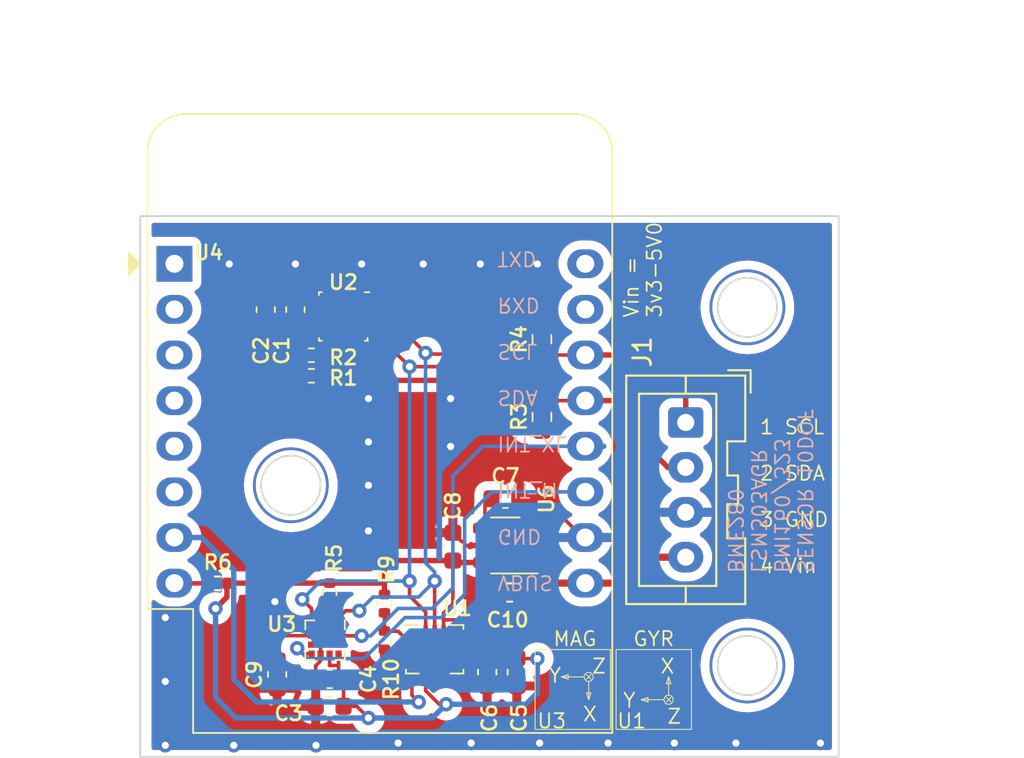
<source format=kicad_pcb>
(kicad_pcb (version 20221018) (generator pcbnew)
  (layers (0 "F.Cu" signal) (31 "B.Cu" signal) (34 "B.Paste" user) (35 "F.Paste" user) (36 "B.SilkS" user "B.Silkscreen") (37 "F.SilkS" user "F.Silkscreen") (38 "B.Mask" user) (39 "F.Mask" user) (44 "Edge.Cuts" user))
  (net 0 "")
  (net 13 "Net-(U2-SDO)")
  (net 14 "GND")
  (net 15 "+3.3V")
  (net 16 "/SDA")
  (net 17 "/SCL")
  (net 18 "Net-(U1-SDO)")
  (net 19 "/INT_A")
  (net 20 "VBUS")
  (net 21 "/INT_M")
  (net 22 "Net-(U6-BP)")
  (net 23 "/INT_XL")
  (net 24 "Net-(U3-C1)")
  (net 25 "Net-(U3-CS_MAG)")
  (net 28 "Net-(U4-3V3)")
  (footprint "Capacitor_SMD:C_0603_1608Metric" (layer "F.Cu") (at 112.141 109.08 180)
    (fp_text reference "C3" (at 2.286 -0.394) (layer "F.SilkS") (effects (font (size 0.8 0.8))))
    (fp_text value "10uF")
    (fp_line (start -0.14058 -0.51) (end 0.14058 -0.51) (stroke (width 0.1)) (layer "F.SilkS"))
    (fp_line (start -0.14058 0.51) (end 0.14058 0.51) (stroke (width 0.1)) (layer "F.SilkS"))
    (pad "1" smd roundrect (at -0.775 0 180) (size 0.9 0.95) (layers "F.Cu" "F.Paste" "F.Mask") (net 15 "+3.3V"))
    (pad "2" smd roundrect (at 0.775 0 180) (size 0.9 0.95) (layers "F.Cu" "F.Paste" "F.Mask") (net 14 "GND"))
  )
  (footprint "Resistor_SMD:R_0402_1005Metric" (layer "F.Cu") (at 111.125 90.678 180)
    (fp_text reference "R1" (at -1.778 -0.127) (layer "F.SilkS") (effects (font (size 0.8 0.8))))
    (fp_text value "0R0")
    (fp_line (start -0.153641 -0.38) (end 0.153641 -0.38) (stroke (width 0.1)) (layer "F.SilkS"))
    (fp_line (start -0.153641 0.38) (end 0.153641 0.38) (stroke (width 0.1)) (layer "F.SilkS"))
    (pad "1" smd roundrect (at -0.51 0 180) (size 0.54 0.64) (layers "F.Cu" "F.Paste" "F.Mask") (net 13 "Net-(U2-SDO)"))
    (pad "2" smd roundrect (at 0.51 0 180) (size 0.54 0.64) (layers "F.Cu" "F.Paste" "F.Mask") (net 14 "GND"))
  )
  (footprint "Package_TO_SOT_SMD:SOT-23-5" (layer "F.Cu") (at 121.92 100.124 180)
    (fp_text reference "U6" (at -2.286 2.588 90) (layer "F.SilkS") (effects (font (size 0.8 0.8))))
    (fp_text value "LP2985-3.3")
    (fp_line (start 0 -1.56) (end -1.8 -1.56) (stroke (width 0.1)) (layer "F.SilkS"))
    (fp_line (start 0 -1.56) (end 0.8 -1.56) (stroke (width 0.1)) (layer "F.SilkS"))
    (fp_line (start 0 1.56) (end -0.8 1.56) (stroke (width 0.1)) (layer "F.SilkS"))
    (fp_line (start 0 1.56) (end 0.8 1.56) (stroke (width 0.1)) (layer "F.SilkS"))
    (pad "1" smd roundrect (at -1.1375 -0.95 180) (size 1.325 0.6) (layers "F.Cu" "F.Paste" "F.Mask") (net 20 "VBUS"))
    (pad "2" smd roundrect (at -1.1375 0 180) (size 1.325 0.6) (layers "F.Cu" "F.Paste" "F.Mask") (net 14 "GND"))
    (pad "3" smd roundrect (at -1.1375 0.95 180) (size 1.325 0.6) (layers "F.Cu" "F.Paste" "F.Mask") (net 20 "VBUS"))
    (pad "4" smd roundrect (at 1.1375 0.95 180) (size 1.325 0.6) (layers "F.Cu" "F.Paste" "F.Mask") (net 22 "Net-(U6-BP)"))
    (pad "5" smd roundrect (at 1.1375 -0.95 180) (size 1.325 0.6) (layers "F.Cu" "F.Paste" "F.Mask") (net 15 "+3.3V"))
  )
  (footprint "Package_LGA:LGA-12_2x2mm_P0.5mm" (layer "F.Cu") (at 111.887 105.397 -90)
    (fp_text reference "U3" (at -0.889 2.413) (layer "F.SilkS") (effects (font (size 0.8 0.8))))
    (fp_text value "LSM303AGR" hide)
    (fp_line (start -1.1 -1.1) (end -1.1 -1.1) (stroke (width 0.1)) (layer "F.SilkS"))
    (fp_line (start -1.1 0.6) (end -1.1 0.6) (stroke (width 0.1)) (layer "F.SilkS"))
    (fp_line (start -1.1 1.1) (end -1.1 0.6) (stroke (width 0.1)) (layer "F.SilkS"))
    (fp_line (start -0.6 -1.1) (end -1.1 -1.1) (stroke (width 0.1)) (layer "F.SilkS"))
    (fp_line (start -0.6 1.1) (end -1.1 1.1) (stroke (width 0.1)) (layer "F.SilkS"))
    (fp_line (start 0.6 -1.1) (end 1.1 -1.1) (stroke (width 0.1)) (layer "F.SilkS"))
    (fp_line (start 0.6 1.1) (end 0.6 1.1) (stroke (width 0.1)) (layer "F.SilkS"))
    (fp_line (start 1.1 -1.1) (end 1.1 -0.6) (stroke (width 0.1)) (layer "F.SilkS"))
    (fp_line (start 1.1 -0.6) (end 1.1 -0.6) (stroke (width 0.1)) (layer "F.SilkS"))
    (fp_line (start 1.1 0.6) (end 1.1 1.1) (stroke (width 0.1)) (layer "F.SilkS"))
    (fp_line (start 1.1 1.1) (end 0.6 1.1) (stroke (width 0.1)) (layer "F.SilkS"))
    (pad "1" smd rect (at -0.7625 -0.75 270) (size 0.375 0.35) (layers "F.Cu" "F.Paste" "F.Mask") (net 17 "/SCL"))
    (pad "2" smd rect (at -0.7625 -0.25 270) (size 0.375 0.35) (layers "F.Cu" "F.Paste" "F.Mask") (net 25 "Net-(U3-CS_MAG)"))
    (pad "3" smd rect (at -0.7625 0.25 270) (size 0.375 0.35) (layers "F.Cu" "F.Paste" "F.Mask") (net 25 "Net-(U3-CS_MAG)"))
    (pad "4" smd rect (at -0.7625 0.75 270) (size 0.375 0.35) (layers "F.Cu" "F.Paste" "F.Mask") (net 16 "/SDA"))
    (pad "5" smd rect (at -0.25 0.7625) (size 0.375 0.35) (layers "F.Cu" "F.Paste" "F.Mask") (net 24 "Net-(U3-C1)"))
    (pad "6" smd rect (at 0.25 0.7625) (size 0.375 0.35) (layers "F.Cu" "F.Paste" "F.Mask") (net 14 "GND"))
    (pad "7" smd rect (at 0.7625 0.75 270) (size 0.375 0.35) (layers "F.Cu" "F.Paste" "F.Mask") (net 21 "/INT_M"))
    (pad "8" smd rect (at 0.7625 0.25 270) (size 0.375 0.35) (layers "F.Cu" "F.Paste" "F.Mask") (net 14 "GND"))
    (pad "9" smd rect (at 0.7625 -0.25 270) (size 0.375 0.35) (layers "F.Cu" "F.Paste" "F.Mask") (net 15 "+3.3V"))
    (pad "10" smd rect (at 0.7625 -0.75 270) (size 0.375 0.35) (layers "F.Cu" "F.Paste" "F.Mask") (net 15 "+3.3V"))
    (pad "11" smd rect (at 0.25 -0.7625) (size 0.375 0.35) (layers "F.Cu" "F.Paste" "F.Mask"))
    (pad "12" smd rect (at -0.25 -0.7625) (size 0.375 0.35) (layers "F.Cu" "F.Paste" "F.Mask") (net 23 "/INT_XL"))
  )
  (footprint "Capacitor_SMD:C_0603_1608Metric" (layer "F.Cu") (at 121.92 97.523)
    (fp_text reference "C7" (at 0 -1.257) (layer "F.SilkS") (effects (font (size 0.8 0.8))))
    (fp_text value "10nF")
    (fp_line (start -0.14058 -0.51) (end 0.14058 -0.51) (stroke (width 0.1)) (layer "F.SilkS"))
    (fp_line (start -0.14058 0.51) (end 0.14058 0.51) (stroke (width 0.1)) (layer "F.SilkS"))
    (pad "1" smd roundrect (at -0.775 0) (size 0.9 0.95) (layers "F.Cu" "F.Paste" "F.Mask") (net 22 "Net-(U6-BP)"))
    (pad "2" smd roundrect (at 0.775 0) (size 0.9 0.95) (layers "F.Cu" "F.Paste" "F.Mask") (net 14 "GND"))
  )
  (footprint "Resistor_SMD:R_0603_1608Metric" (layer "F.Cu") (at 123.952 88.646 -90)
    (fp_text reference "R4" (at 0 1.27 90) (layer "F.SilkS") (effects (font (size 0.8 0.8))))
    (fp_text value "4K7")
    (fp_line (start -0.237258 -0.5225) (end 0.237258 -0.5225) (stroke (width 0.1)) (layer "F.SilkS"))
    (fp_line (start -0.237258 0.5225) (end 0.237258 0.5225) (stroke (width 0.1)) (layer "F.SilkS"))
    (pad "1" smd roundrect (at -0.825 0 270) (size 0.8 0.95) (layers "F.Cu" "F.Paste" "F.Mask") (net 15 "+3.3V"))
    (pad "2" smd roundrect (at 0.825 0 270) (size 0.8 0.95) (layers "F.Cu" "F.Paste" "F.Mask") (net 17 "/SCL"))
  )
  (footprint "Resistor_SMD:R_0402_1005Metric" (layer "F.Cu") (at 111.125 89.535)
    (fp_text reference "R2" (at 1.778 0.127) (layer "F.SilkS") (effects (font (size 0.8 0.8))))
    (fp_text value "N.P.")
    (fp_line (start -0.153641 -0.38) (end 0.153641 -0.38) (stroke (width 0.1)) (layer "F.SilkS"))
    (fp_line (start -0.153641 0.38) (end 0.153641 0.38) (stroke (width 0.1)) (layer "F.SilkS"))
    (pad "1" smd roundrect (at -0.51 0) (size 0.54 0.64) (layers "F.Cu" "F.Paste" "F.Mask") (net 15 "+3.3V"))
    (pad "2" smd roundrect (at 0.51 0) (size 0.54 0.64) (layers "F.Cu" "F.Paste" "F.Mask") (net 13 "Net-(U2-SDO)"))
  )
  (footprint "Module:WEMOS_D1_mini_light" (layer "F.Cu") (at 103.505 84.442)
    (fp_text reference "U4" (at 1.905 -0.622) (layer "F.SilkS") (effects (font (size 0.8 0.8))))
    (fp_text value "WeMos_D1_mini")
    (fp_line (start -1.5 19.22) (end -1.5 -6.21) (stroke (width 0.1)) (layer "F.SilkS"))
    (fp_line (start -1.5 19.22) (end 1.04 19.22) (stroke (width 0.1)) (layer "F.SilkS"))
    (fp_line (start 1.04 19.22) (end 1.04 26.12) (stroke (width 0.1)) (layer "F.SilkS"))
    (fp_line (start 1.04 26.12) (end 24.36 26.12) (stroke (width 0.1)) (layer "F.SilkS"))
    (fp_line (start 22.24 -8.34) (end 0.63 -8.34) (stroke (width 0.1)) (layer "F.SilkS"))
    (fp_line (start 24.36 26.12) (end 24.36 -6.21) (stroke (width 0.1)) (layer "F.SilkS"))
    (fp_arc (start -1.5 -6.21) (mid -0.876137 -7.716137) (end 0.63 -8.34) (stroke (width 0.1)) (layer "F.SilkS"))
    (fp_arc (start 22.23 -8.34) (mid 23.736137 -7.716137) (end 24.36 -6.21) (stroke (width 0.1)) (layer "F.SilkS"))
    (fp_poly (pts (xy -2.54 -0.635) (xy -2.54 0.635) (xy -1.905 0)) (stroke (width 0.1)) (fill solid) (layer "F.SilkS"))
    (pad "1" thru_hole rect (at 0 0) (size 2 2) (drill 1) (layers "*.Cu" "*.Mask"))
    (pad "2" thru_hole oval (at 0 2.54) (size 2 1.6) (drill 1) (layers "*.Cu" "*.Mask"))
    (pad "3" thru_hole oval (at 0 5.08) (size 2 1.6) (drill 1) (layers "*.Cu" "*.Mask"))
    (pad "4" thru_hole oval (at 0 7.62) (size 2 1.6) (drill 1) (layers "*.Cu" "*.Mask"))
    (pad "5" thru_hole oval (at 0 10.16) (size 2 1.6) (drill 1) (layers "*.Cu" "*.Mask"))
    (pad "6" thru_hole oval (at 0 12.7) (size 2 1.6) (drill 1) (layers "*.Cu" "*.Mask"))
    (pad "7" thru_hole oval (at 0 15.24) (size 2 1.6) (drill 1) (layers "*.Cu" "*.Mask") (net 19 "/INT_A"))
    (pad "8" thru_hole oval (at 0 17.78) (size 2 1.6) (drill 1) (layers "*.Cu" "*.Mask") (net 28 "Net-(U4-3V3)"))
    (pad "9" thru_hole oval (at 22.86 17.78) (size 2 1.6) (drill 1) (layers "*.Cu" "*.Mask") (net 20 "VBUS"))
    (pad "10" thru_hole oval (at 22.86 15.24) (size 2 1.6) (drill 1) (layers "*.Cu" "*.Mask") (net 14 "GND"))
    (pad "11" thru_hole oval (at 22.86 12.7) (size 2 1.6) (drill 1) (layers "*.Cu" "*.Mask") (net 21 "/INT_M"))
    (pad "12" thru_hole oval (at 22.86 10.16) (size 2 1.6) (drill 1) (layers "*.Cu" "*.Mask") (net 23 "/INT_XL"))
    (pad "13" thru_hole oval (at 22.86 7.62) (size 2 1.6) (drill 1) (layers "*.Cu" "*.Mask") (net 16 "/SDA"))
    (pad "14" thru_hole oval (at 22.86 5.08) (size 2 1.6) (drill 1) (layers "*.Cu" "*.Mask") (net 17 "/SCL"))
    (pad "15" thru_hole oval (at 22.86 2.54) (size 2 1.6) (drill 1) (layers "*.Cu" "*.Mask"))
    (pad "16" thru_hole oval (at 22.86 0) (size 2 1.6) (drill 1) (layers "*.Cu" "*.Mask"))
  )
  (footprint "Capacitor_SMD:C_0603_1608Metric" (layer "F.Cu") (at 122.161 102.743 180)
    (fp_text reference "C10" (at 0.114 -1.524) (layer "F.SilkS") (effects (font (size 0.8 0.8))))
    (fp_text value "1u")
    (fp_line (start -0.14058 -0.51) (end 0.14058 -0.51) (stroke (width 0.12)) (layer "F.SilkS"))
    (fp_line (start -0.14058 0.51) (end 0.14058 0.51) (stroke (width 0.12)) (layer "F.SilkS"))
    (pad "1" smd roundrect (at -0.775 0 180) (size 0.9 0.95) (layers "F.Cu" "F.Paste" "F.Mask") (net 20 "VBUS"))
    (pad "2" smd roundrect (at 0.775 0 180) (size 0.9 0.95) (layers "F.Cu" "F.Paste" "F.Mask") (net 14 "GND"))
  )
  (footprint "Resistor_SMD:R_0402_1005Metric" (layer "F.Cu") (at 115.189 105.397 -90)
    (fp_text reference "R10" (at 2.172 -0.381 90) (layer "F.SilkS") (effects (font (size 0.8 0.8))))
    (fp_text value "0R0" hide)
    (fp_line (start -0.153641 -0.38) (end 0.153641 -0.38) (stroke (width 0.1)) (layer "F.SilkS"))
    (fp_line (start -0.153641 0.38) (end 0.153641 0.38) (stroke (width 0.1)) (layer "F.SilkS"))
    (pad "1" smd roundrect (at -0.51 0 270) (size 0.54 0.64) (layers "F.Cu" "F.Paste" "F.Mask") (net 18 "Net-(U1-SDO)"))
    (pad "2" smd roundrect (at 0.51 0 270) (size 0.54 0.64) (layers "F.Cu" "F.Paste" "F.Mask") (net 14 "GND"))
  )
  (footprint "Capacitor_SMD:C_0603_1608Metric" (layer "F.Cu") (at 108.585 86.995 90)
    (fp_text reference "C2" (at -2.286 -0.254 90) (layer "F.SilkS") (effects (font (size 0.8 0.8))))
    (fp_text value "100nF")
    (fp_line (start -0.14058 -0.51) (end 0.14058 -0.51) (stroke (width 0.1)) (layer "F.SilkS"))
    (fp_line (start -0.14058 0.51) (end 0.14058 0.51) (stroke (width 0.1)) (layer "F.SilkS"))
    (pad "1" smd roundrect (at -0.775 0 90) (size 0.9 0.95) (layers "F.Cu" "F.Paste" "F.Mask") (net 15 "+3.3V"))
    (pad "2" smd roundrect (at 0.775 0 90) (size 0.9 0.95) (layers "F.Cu" "F.Paste" "F.Mask") (net 14 "GND"))
  )
  (footprint "Resistor_SMD:R_0402_1005Metric" (layer "F.Cu") (at 115.189 103.365 -90)
    (fp_text reference "R9" (at -1.905 -0.127 90) (layer "F.SilkS") (effects (font (size 0.8 0.8))))
    (fp_text value "N.P." hide)
    (fp_line (start -0.153641 -0.38) (end 0.153641 -0.38) (stroke (width 0.1)) (layer "F.SilkS"))
    (fp_line (start -0.153641 0.38) (end 0.153641 0.38) (stroke (width 0.1)) (layer "F.SilkS"))
    (pad "1" smd roundrect (at -0.51 0 270) (size 0.54 0.64) (layers "F.Cu" "F.Paste" "F.Mask") (net 15 "+3.3V"))
    (pad "2" smd roundrect (at 0.51 0 270) (size 0.54 0.64) (layers "F.Cu" "F.Paste" "F.Mask") (net 18 "Net-(U1-SDO)"))
  )
  (footprint "Resistor_SMD:R_0402_1005Metric" (layer "F.Cu") (at 112.141 102.73 -90)
    (fp_text reference "R5" (at -1.905 -0.254 90) (layer "F.SilkS") (effects (font (size 0.8 0.8))))
    (fp_text value "0R0")
    (fp_line (start -0.153641 -0.38) (end 0.153641 -0.38) (stroke (width 0.1)) (layer "F.SilkS"))
    (fp_line (start -0.153641 0.38) (end 0.153641 0.38) (stroke (width 0.1)) (layer "F.SilkS"))
    (pad "1" smd roundrect (at -0.51 0 270) (size 0.54 0.64) (layers "F.Cu" "F.Paste" "F.Mask") (net 15 "+3.3V"))
    (pad "2" smd roundrect (at 0.51 0 270) (size 0.54 0.64) (layers "F.Cu" "F.Paste" "F.Mask") (net 25 "Net-(U3-CS_MAG)"))
  )
  (footprint "Capacitor_SMD:C_0603_1608Metric" (layer "F.Cu") (at 109.22 107.302 -90)
    (fp_text reference "C9" (at 0.013 1.27 90) (layer "F.SilkS") (effects (font (size 0.8 0.8))))
    (fp_text value "220nF")
    (fp_line (start -0.14058 -0.51) (end 0.14058 -0.51) (stroke (width 0.1)) (layer "F.SilkS"))
    (fp_line (start -0.14058 0.51) (end 0.14058 0.51) (stroke (width 0.1)) (layer "F.SilkS"))
    (pad "1" smd roundrect (at -0.775 0 270) (size 0.9 0.95) (layers "F.Cu" "F.Paste" "F.Mask") (net 24 "Net-(U3-C1)"))
    (pad "2" smd roundrect (at 0.775 0 270) (size 0.9 0.95) (layers "F.Cu" "F.Paste" "F.Mask") (net 14 "GND"))
  )
  (footprint "Capacitor_SMD:C_0603_1608Metric" (layer "F.Cu") (at 120.904 107.175 -90)
    (fp_text reference "C6" (at 2.553 -0.127 90) (layer "F.SilkS") (effects (font (size 0.8 0.8))))
    (fp_text value "100nF")
    (fp_line (start -0.14058 -0.51) (end 0.14058 -0.51) (stroke (width 0.1)) (layer "F.SilkS"))
    (fp_line (start -0.14058 0.51) (end 0.14058 0.51) (stroke (width 0.1)) (layer "F.SilkS"))
    (pad "1" smd roundrect (at -0.775 0 270) (size 0.9 0.95) (layers "F.Cu" "F.Paste" "F.Mask") (net 15 "+3.3V"))
    (pad "2" smd roundrect (at 0.775 0 270) (size 0.9 0.95) (layers "F.Cu" "F.Paste" "F.Mask") (net 14 "GND"))
  )
  (footprint "Resistor_SMD:R_0402_1005Metric" (layer "F.Cu") (at 105.916 102.235)
    (fp_text reference "R6" (at 0 -1.17) (layer "F.SilkS") (effects (font (size 0.8 0.8))))
    (fp_text value "N.P.")
    (fp_line (start -0.153641 -0.38) (end 0.153641 -0.38) (stroke (width 0.12)) (layer "F.SilkS"))
    (fp_line (start -0.153641 0.38) (end 0.153641 0.38) (stroke (width 0.12)) (layer "F.SilkS"))
    (pad "1" smd roundrect (at -0.51 0) (size 0.54 0.64) (layers "F.Cu" "F.Paste" "F.Mask") (net 28 "Net-(U4-3V3)"))
    (pad "2" smd roundrect (at 0.51 0) (size 0.54 0.64) (layers "F.Cu" "F.Paste" "F.Mask") (net 15 "+3.3V"))
  )
  (footprint "Package_LGA:Bosch_LGA-14_3x2.5mm_P0.5mm" (layer "F.Cu") (at 117.983 105.905)
    (fp_text reference "U1" (at 1.27 -2.273) (layer "F.SilkS") (effects (font (size 0.8 0.8))))
    (fp_text value "BMI160")
    (fp_line (start -1.7 -1.35) (end -0.88 -1.35) (stroke (width 0.1)) (layer "F.SilkS"))
    (fp_line (start -1.6 1.35) (end -1.6 1.13) (stroke (width 0.1)) (layer "F.SilkS"))
    (fp_line (start -1.6 1.35) (end -0.88 1.35) (stroke (width 0.1)) (layer "F.SilkS"))
    (fp_line (start 0.88 -1.35) (end 1.6 -1.35) (stroke (width 0.1)) (layer "F.SilkS"))
    (fp_line (start 1.6 -1.35) (end 1.6 -1.13) (stroke (width 0.1)) (layer "F.SilkS"))
    (fp_line (start 1.6 1.13) (end 1.6 1.35) (stroke (width 0.1)) (layer "F.SilkS"))
    (fp_line (start 1.6 1.35) (end 0.88 1.35) (stroke (width 0.1)) (layer "F.SilkS"))
    (pad "1" smd rect (at -1.2625 -0.75) (size 0.675 0.25) (layers "F.Cu" "F.Paste" "F.Mask") (net 18 "Net-(U1-SDO)"))
    (pad "2" smd rect (at -1.2625 -0.25) (size 0.675 0.25) (layers "F.Cu" "F.Paste" "F.Mask"))
    (pad "3" smd rect (at -1.2625 0.25) (size 0.675 0.25) (layers "F.Cu" "F.Paste" "F.Mask"))
    (pad "4" smd rect (at -1.2625 0.75) (size 0.675 0.25) (layers "F.Cu" "F.Paste" "F.Mask") (net 19 "/INT_A"))
    (pad "5" smd rect (at -0.5 1.0125) (size 0.25 0.675) (layers "F.Cu" "F.Paste" "F.Mask") (net 15 "+3.3V"))
    (pad "6" smd rect (at 0 1.0125) (size 0.25 0.675) (layers "F.Cu" "F.Paste" "F.Mask") (net 14 "GND"))
    (pad "7" smd rect (at 0.5 1.0125) (size 0.25 0.675) (layers "F.Cu" "F.Paste" "F.Mask") (net 14 "GND"))
    (pad "8" smd rect (at 1.2625 0.75) (size 0.675 0.25) (layers "F.Cu" "F.Paste" "F.Mask") (net 15 "+3.3V"))
    (pad "9" smd rect (at 1.2625 0.25) (size 0.675 0.25) (layers "F.Cu" "F.Paste" "F.Mask"))
    (pad "10" smd rect (at 1.2625 -0.25) (size 0.675 0.25) (layers "F.Cu" "F.Paste" "F.Mask"))
    (pad "11" smd rect (at 1.2625 -0.75) (size 0.675 0.25) (layers "F.Cu" "F.Paste" "F.Mask"))
    (pad "12" smd rect (at 0.5 -1.0125) (size 0.25 0.675) (layers "F.Cu" "F.Paste" "F.Mask") (net 15 "+3.3V"))
    (pad "13" smd rect (at 0 -1.0125) (size 0.25 0.675) (layers "F.Cu" "F.Paste" "F.Mask") (net 17 "/SCL"))
    (pad "14" smd rect (at -0.5 -1.0125) (size 0.25 0.675) (layers "F.Cu" "F.Paste" "F.Mask") (net 16 "/SDA"))
  )
  (footprint "Resistor_SMD:R_0603_1608Metric" (layer "F.Cu") (at 123.952 92.964 90)
    (fp_text reference "R3" (at 0 -1.27 90) (layer "F.SilkS") (effects (font (size 0.8 0.8))))
    (fp_text value "4K7")
    (fp_line (start -0.237258 -0.5225) (end 0.237258 -0.5225) (stroke (width 0.1)) (layer "F.SilkS"))
    (fp_line (start -0.237258 0.5225) (end 0.237258 0.5225) (stroke (width 0.1)) (layer "F.SilkS"))
    (pad "1" smd roundrect (at -0.825 0 90) (size 0.8 0.95) (layers "F.Cu" "F.Paste" "F.Mask") (net 15 "+3.3V"))
    (pad "2" smd roundrect (at 0.825 0 90) (size 0.8 0.95) (layers "F.Cu" "F.Paste" "F.Mask") (net 16 "/SDA"))
  )
  (footprint "Connector_JST:JST_XA_B04B-XASK-1_1x04_P2.50mm_Vertical" (layer "F.Cu") (at 131.953 93.278 -90)
    (fp_text reference "J1" (at -3.93 2.413 90) (layer "F.SilkS"))
    (fp_text value "Conn_01x04")
    (fp_line (start -2.91 -3.61) (end -2.91 -2.36) (stroke (width 0.12)) (layer "F.SilkS"))
    (fp_line (start -2.61 -3.31) (end -2.61 3.31) (stroke (width 0.12)) (layer "F.SilkS"))
    (fp_line (start -2.61 0) (end -1.6 0) (stroke (width 0.12)) (layer "F.SilkS"))
    (fp_line (start -2.61 3.31) (end 10.11 3.31) (stroke (width 0.12)) (layer "F.SilkS"))
    (fp_line (start -1.66 -3.61) (end -2.91 -3.61) (stroke (width 0.12)) (layer "F.SilkS"))
    (fp_line (start -1.6 -1.7) (end -1.6 2.6) (stroke (width 0.12)) (layer "F.SilkS"))
    (fp_line (start -1.6 2.6) (end 9.1 2.6) (stroke (width 0.12)) (layer "F.SilkS"))
    (fp_line (start 1.05 -3.31) (end -2.61 -3.31) (stroke (width 0.12)) (layer "F.SilkS"))
    (fp_line (start 1.05 -2.31) (end 1.05 -3.31) (stroke (width 0.12)) (layer "F.SilkS"))
    (fp_line (start 2.95 -2.91) (end 2.95 -2.31) (stroke (width 0.12)) (layer "F.SilkS"))
    (fp_line (start 2.95 -2.31) (end 1.05 -2.31) (stroke (width 0.12)) (layer "F.SilkS"))
    (fp_line (start 4.55 -2.91) (end 2.95 -2.91) (stroke (width 0.12)) (layer "F.SilkS"))
    (fp_line (start 4.55 -2.31) (end 4.55 -2.91) (stroke (width 0.12)) (layer "F.SilkS"))
    (fp_line (start 6.45 -3.31) (end 6.45 -2.31) (stroke (width 0.12)) (layer "F.SilkS"))
    (fp_line (start 6.45 -2.31) (end 4.55 -2.31) (stroke (width 0.12)) (layer "F.SilkS"))
    (fp_line (start 9.1 -1.7) (end -1.6 -1.7) (stroke (width 0.12)) (layer "F.SilkS"))
    (fp_line (start 9.1 2.6) (end 9.1 -1.7) (stroke (width 0.12)) (layer "F.SilkS"))
    (fp_line (start 10.11 -3.31) (end 6.45 -3.31) (stroke (width 0.12)) (layer "F.SilkS"))
    (fp_line (start 10.11 0) (end 9.1 0) (stroke (width 0.12)) (layer "F.SilkS"))
    (fp_line (start 10.11 3.31) (end 10.11 -3.31) (stroke (width 0.12)) (layer "F.SilkS"))
    (pad "1" thru_hole roundrect (at 0 0 270) (size 1.7 1.95) (drill 0.95) (layers "*.Cu" "*.Mask") (roundrect_rratio 0.1470588235) (net 17 "/SCL"))
    (pad "2" thru_hole oval (at 2.5 0 270) (size 1.7 1.95) (drill 0.95) (layers "*.Cu" "*.Mask") (net 16 "/SDA"))
    (pad "3" thru_hole oval (at 5 0 270) (size 1.7 1.95) (drill 0.95) (layers "*.Cu" "*.Mask") (net 14 "GND"))
    (pad "4" thru_hole oval (at 7.5 0 270) (size 1.7 1.95) (drill 0.95) (layers "*.Cu" "*.Mask") (net 20 "VBUS"))
  )
  (footprint "Capacitor_SMD:C_0603_1608Metric" (layer "F.Cu") (at 122.555 107.175 -90)
    (fp_text reference "C5" (at 2.553 -0.127 90) (layer "F.SilkS") (effects (font (size 0.8 0.8))))
    (fp_text value "100nF")
    (fp_line (start -0.14058 -0.51) (end 0.14058 -0.51) (stroke (width 0.1)) (layer "F.SilkS"))
    (fp_line (start -0.14058 0.51) (end 0.14058 0.51) (stroke (width 0.1)) (layer "F.SilkS"))
    (pad "1" smd roundrect (at -0.775 0 270) (size 0.9 0.95) (layers "F.Cu" "F.Paste" "F.Mask") (net 15 "+3.3V"))
    (pad "2" smd roundrect (at 0.775 0 270) (size 0.9 0.95) (layers "F.Cu" "F.Paste" "F.Mask") (net 14 "GND"))
  )
  (footprint "Package_LGA:Bosch_LGA-8_2.5x2.5mm_P0.65mm_ClockwisePinNumbering" (layer "F.Cu") (at 112.903 87.376 -90)
    (fp_text reference "U2" (at -1.905 0) (layer "F.SilkS") (effects (font (size 0.8 0.8))))
    (fp_text value "BME280")
    (fp_line (start -1.35 -1.2) (end -1.35 -1.45) (stroke (width 0.1)) (layer "F.SilkS"))
    (fp_line (start -1.35 1.35) (end -1.35 1.2) (stroke (width 0.1)) (layer "F.SilkS"))
    (fp_line (start -1.35 1.36) (end -1.2 1.36) (stroke (width 0.1)) (layer "F.SilkS"))
    (fp_line (start 1.2 -1.35) (end 1.35 -1.35) (stroke (width 0.1)) (layer "F.SilkS"))
    (fp_line (start 1.35 -1.35) (end 1.35 -1.2) (stroke (width 0.1)) (layer "F.SilkS"))
    (fp_line (start 1.35 1.35) (end 1.2 1.35) (stroke (width 0.1)) (layer "F.SilkS"))
    (fp_line (start 1.35 1.35) (end 1.35 1.2) (stroke (width 0.1)) (layer "F.SilkS"))
    (pad "1" smd rect (at -0.975 -1.025) (size 0.5 0.35) (layers "F.Cu" "F.Paste" "F.Mask") (net 14 "GND"))
    (pad "2" smd rect (at -0.325 -1.025) (size 0.5 0.35) (layers "F.Cu" "F.Paste" "F.Mask") (net 15 "+3.3V"))
    (pad "3" smd rect (at 0.325 -1.025) (size 0.5 0.35) (layers "F.Cu" "F.Paste" "F.Mask") (net 16 "/SDA"))
    (pad "4" smd rect (at 0.975 -1.025) (size 0.5 0.35) (layers "F.Cu" "F.Paste" "F.Mask") (net 17 "/SCL"))
    (pad "5" smd rect (at 0.975 1.025) (size 0.5 0.35) (layers "F.Cu" "F.Paste" "F.Mask") (net 13 "Net-(U2-SDO)"))
    (pad "6" smd rect (at 0.325 1.025) (size 0.5 0.35) (layers "F.Cu" "F.Paste" "F.Mask") (net 15 "+3.3V"))
    (pad "7" smd rect (at -0.325 1.025) (size 0.5 0.35) (layers "F.Cu" "F.Paste" "F.Mask") (net 14 "GND"))
    (pad "8" smd rect (at -0.975 1.025) (size 0.5 0.35) (layers "F.Cu" "F.Paste" "F.Mask") (net 15 "+3.3V"))
  )
  (footprint "Capacitor_SMD:C_0603_1608Metric" (layer "F.Cu") (at 112.141 107.556 180)
    (fp_text reference "C4" (at -2.159 -0.013 90) (layer "F.SilkS") (effects (font (size 0.8 0.8))))
    (fp_text value "100nF")
    (fp_line (start -0.14058 -0.51) (end 0.14058 -0.51) (stroke (width 0.1)) (layer "F.SilkS"))
    (fp_line (start -0.14058 0.51) (end 0.14058 0.51) (stroke (width 0.1)) (layer "F.SilkS"))
    (pad "1" smd roundrect (at -0.775 0 180) (size 0.9 0.95) (layers "F.Cu" "F.Paste" "F.Mask") (net 15 "+3.3V"))
    (pad "2" smd roundrect (at 0.775 0 180) (size 0.9 0.95) (layers "F.Cu" "F.Paste" "F.Mask") (net 14 "GND"))
  )
  (footprint "Capacitor_SMD:C_0603_1608Metric" (layer "F.Cu") (at 110.236 86.995 90)
    (fp_text reference "C1" (at -2.286 -0.762 90) (layer "F.SilkS") (effects (font (size 0.8 0.8))))
    (fp_text value "100nF")
    (fp_line (start -0.14058 -0.51) (end 0.14058 -0.51) (stroke (width 0.1)) (layer "F.SilkS"))
    (fp_line (start -0.14058 0.51) (end 0.14058 0.51) (stroke (width 0.1)) (layer "F.SilkS"))
    (pad "1" smd roundrect (at -0.775 0 90) (size 0.9 0.95) (layers "F.Cu" "F.Paste" "F.Mask") (net 15 "+3.3V"))
    (pad "2" smd roundrect (at 0.775 0 90) (size 0.9 0.95) (layers "F.Cu" "F.Paste" "F.Mask") (net 14 "GND"))
  )
  (footprint "Capacitor_SMD:C_0603_1608Metric" (layer "F.Cu") (at 118.999 100.19 90)
    (fp_text reference "C8" (at 2.273 0 90) (layer "F.SilkS") (effects (font (size 0.8 0.8))))
    (fp_text value "4u7")
    (fp_line (start -0.14058 -0.51) (end 0.14058 -0.51) (stroke (width 0.1)) (layer "F.SilkS"))
    (fp_line (start -0.14058 0.51) (end 0.14058 0.51) (stroke (width 0.1)) (layer "F.SilkS"))
    (pad "1" smd roundrect (at -0.775 0 90) (size 0.9 0.95) (layers "F.Cu" "F.Paste" "F.Mask") (net 15 "+3.3V"))
    (pad "2" smd roundrect (at 0.775 0 90) (size 0.9 0.95) (layers "F.Cu" "F.Paste" "F.Mask") (net 14 "GND"))
  )
  (gr_circle (center 135.382 86.868) (end 137.414 86.868) (stroke (width 0.15)) (fill none) (layer "F.Cu"))
  (gr_circle (center 135.382 106.807) (end 137.414 106.807) (stroke (width 0.15)) (fill none) (layer "F.Cu"))
  (gr_circle (center 109.982 96.774) (end 112.014 96.774) (stroke (width 0.15)) (fill none) (layer "F.Cu"))
  (gr_circle (center 109.982 96.774) (end 112.014 96.774) (stroke (width 0.15)) (fill none) (layer "B.Cu"))
  (gr_circle (center 135.382 106.807) (end 137.414 106.807) (stroke (width 0.15)) (fill none) (layer "B.Cu"))
  (gr_circle (center 135.382 86.868) (end 137.414 86.868) (stroke (width 0.15)) (fill none) (layer "B.Cu"))
  (gr_line (start 129.8575 108.839) (end 129.4765 108.712) (stroke (width 0.05)) (layer "F.SilkS"))
  (gr_rect (start 123.571 105.918) (end 127.762 110.363) (stroke (width 0.05)) (fill none) (layer "F.SilkS"))
  (gr_line (start 131.1275 108.585) (end 130.8735 108.839) (stroke (width 0.05)) (layer "F.SilkS"))
  (gr_line (start 129.8575 108.585) (end 129.8575 108.839) (stroke (width 0.05)) (layer "F.SilkS"))
  (gr_line (start 126.6825 107.315) (end 126.4285 107.569) (stroke (width 0.05)) (layer "F.SilkS"))
  (gr_rect (start 128.0795 105.918) (end 132.2705 110.363) (stroke (width 0.05)) (fill none) (layer "F.SilkS"))
  (gr_line (start 131.1275 107.823) (end 130.8735 107.823) (stroke (width 0.05)) (layer "F.SilkS"))
  (gr_circle (center 126.5555 107.442) (end 126.5555 107.696) (stroke (width 0.05)) (fill none) (layer "F.SilkS"))
  (gr_line (start 126.6825 108.331) (end 126.4285 108.331) (stroke (width 0.05)) (layer "F.SilkS"))
  (gr_line (start 125.4125 107.569) (end 125.4125 107.315) (stroke (width 0.05)) (layer "F.SilkS"))
  (gr_line (start 126.5555 107.696) (end 126.5555 108.712) (stroke (width 0.05)) (layer "F.SilkS"))
  (gr_line (start 126.4285 108.331) (end 126.5555 108.712) (stroke (width 0.05)) (layer "F.SilkS"))
  (gr_line (start 126.6825 107.569) (end 126.4285 107.315) (stroke (width 0.05)) (layer "F.SilkS"))
  (gr_line (start 129.4765 108.712) (end 129.8575 108.585) (stroke (width 0.05)) (layer "F.SilkS"))
  (gr_line (start 131.1275 108.839) (end 130.8735 108.585) (stroke (width 0.05)) (layer "F.SilkS"))
  (gr_line (start 131.0005 107.442) (end 131.1275 107.823) (stroke (width 0.05)) (layer "F.SilkS"))
  (gr_line (start 130.7465 108.712) (end 129.4765 108.712) (stroke (width 0.05)) (layer "F.SilkS"))
  (gr_line (start 126.5555 108.712) (end 126.6825 108.331) (stroke (width 0.05)) (layer "F.SilkS"))
  (gr_line (start 125.0315 107.442) (end 125.4125 107.569) (stroke (width 0.05)) (layer "F.SilkS"))
  (gr_line (start 126.3015 107.442) (end 125.0315 107.442) (stroke (width 0.05)) (layer "F.SilkS"))
  (gr_line (start 130.8735 107.823) (end 131.0005 107.442) (stroke (width 0.05)) (layer "F.SilkS"))
  (gr_line (start 125.4125 107.315) (end 125.0315 107.442) (stroke (width 0.05)) (layer "F.SilkS"))
  (gr_line (start 131.0005 108.458) (end 131.0005 107.442) (stroke (width 0.05)) (layer "F.SilkS"))
  (gr_circle (center 131.0005 108.712) (end 131.0005 108.458) (stroke (width 0.05)) (fill none) (layer "F.SilkS"))
  (gr_circle (center 109.982 96.774) (end 109.982 95.123) (stroke (width 0.1)) (fill none) (layer "Edge.Cuts"))
  (gr_line (start 140.462 111.887) (end 101.6 111.887) (stroke (width 0.1)) (layer "Edge.Cuts"))
  (gr_line (start 101.6 81.788) (end 140.462 81.788) (stroke (width 0.1)) (layer "Edge.Cuts"))
  (gr_circle (center 135.382 106.807) (end 137.033 106.807) (stroke (width 0.1)) (fill none) (layer "Edge.Cuts"))
  (gr_circle (center 135.382 86.868) (end 135.382 85.217) (stroke (width 0.1)) (fill none) (layer "Edge.Cuts"))
  (gr_line (start 140.462 81.788) (end 140.462 111.887) (stroke (width 0.1)) (layer "Edge.Cuts"))
  (gr_line (start 101.6 111.887) (end 101.6 81.788) (stroke (width 0.1)) (layer "Edge.Cuts"))
  (gr_text "VBUS\n\nGND\n\nINT_M\n\nINT_XL\n\nSDA\n\nSCL\n\nRXD\n\nTXD\n" (at 121.412 83.693 180) (layer "B.SilkS") (effects (font (size 0.8 0.8) (thickness 0.1)) (justify left bottom mirror)))
  (gr_text "SENSOR 10DOF\nBMI160/323\nLSM303AGR\nBME280" (at 134.239 101.727 270) (layer "B.SilkS") (effects (font (size 0.8 0.8) (thickness 0.1)) (justify left bottom mirror)))
  (gr_text "MAG" (at 124.5235 105.791) (layer "F.SilkS") (effects (font (size 0.8 0.8) (thickness 0.1)) (justify left bottom)))
  (gr_text "X" (at 131.3815 107.315) (layer "F.SilkS") (effects (font (size 0.8 0.8) (thickness 0.1)) (justify right bottom)))
  (gr_text "U1" (at 128.0795 110.363) (layer "F.SilkS") (effects (font (size 0.8 0.8) (thickness 0.1)) (justify left bottom)))
  (gr_text "Vin = \n3v3-5V0" (at 130.683 87.503 90) (layer "F.SilkS") (effects (font (size 0.8 0.8) (thickness 0.1)) (justify left bottom)))
  (gr_text "X" (at 126.1745 109.982) (layer "F.SilkS") (effects (font (size 0.8 0.8) (thickness 0.1)) (justify left bottom)))
  (gr_text "GYR" (at 128.9685 105.791) (layer "F.SilkS") (effects (font (size 0.8 0.8) (thickness 0.1)) (justify left bottom)))
  (gr_text "Z" (at 131.7625 110.109) (layer "F.SilkS") (effects (font (size 0.8 0.8) (thickness 0.1)) (justify right bottom)))
  (gr_text "U3" (at 123.6345 110.363) (layer "F.SilkS") (effects (font (size 0.8 0.8) (thickness 0.1)) (justify left bottom)))
  (gr_text "Y" (at 129.2225 109.22) (layer "F.SilkS") (effects (font (size 0.8 0.8) (thickness 0.1)) (justify right bottom)))
  (gr_text "Z" (at 126.6825 107.315) (layer "F.SilkS") (effects (font (size 0.8 0.8) (thickness 0.1)) (justify left bottom)))
  (gr_text "1 SCL\n\n2 SDA\n\n3 GND\n\n4 Vin" (at 136.017 101.727) (layer "F.SilkS") (effects (font (size 0.8 0.8) (thickness 0.1)) (justify left bottom)))
  (gr_text "Y" (at 124.2695 107.823) (layer "F.SilkS") (effects (font (size 0.8 0.8) (thickness 0.1)) (justify left bottom)))
  (segment (start 111.878 88.655) (end 111.633 88.9) (width 0.2) (layer "F.Cu") (net 13))
  (segment (start 111.635 88.902) (end 111.635 89.535) (width 0.2) (layer "F.Cu") (net 13))
  (segment (start 111.633 88.9) (end 111.635 88.902) (width 0.2) (layer "F.Cu") (net 13))
  (segment (start 111.635 90.678) (end 111.635 89.535) (width 0.2) (layer "F.Cu") (net 13))
  (segment (start 111.878 88.351) (end 111.878 88.655) (width 0.2) (layer "F.Cu") (net 13))
  (segment (start 110.731 86.22) (end 110.236 86.22) (width 0.2) (layer "F.Cu") (net 14))
  (segment (start 117.983 107.696) (end 118.237 107.95) (width 0.2) (layer "F.Cu") (net 14))
  (segment (start 117.983 106.9175) (end 117.983 107.696) (width 0.2) (layer "F.Cu") (net 14))
  (segment (start 111.366 106.82) (end 111.366 107.556) (width 0.2) (layer "F.Cu") (net 14))
  (segment (start 124.066 97.523) (end 122.695 97.523) (width 0.2) (layer "F.Cu") (net 14))
  (segment (start 121.92 98.933) (end 122.695 98.158) (width 0.2) (layer "F.Cu") (net 14))
  (segment (start 111.562 87.051) (end 110.731 86.22) (width 0.2) (layer "F.Cu") (net 14))
  (segment (start 108.585 86.22) (end 110.236 86.22) (width 0.2) (layer "F.Cu") (net 14))
  (segment (start 111.637 105.795) (end 111.637 106.1595) (width 0.2) (layer "F.Cu") (net 14))
  (segment (start 122.695 98.158) (end 122.695 97.523) (width 0.2) (layer "F.Cu") (net 14))
  (segment (start 108.09 86.22) (end 108.585 86.22) (width 0.2) (layer "F.Cu") (net 14))
  (segment (start 110.615 90.678) (end 108.966 90.678) (width 0.2) (layer "F.Cu") (net 14))
  (segment (start 111.878 87.051) (end 111.562 87.051) (width 0.2) (layer "F.Cu") (net 14))
  (segment (start 121.92 100.124) (end 119.708 100.124) (width 0.2) (layer "F.Cu") (net 14))
  (segment (start 111.637 106.549) (end 111.366 106.82) (width 0.2) (layer "F.Cu") (net 14))
  (segment (start 126.225 99.682) (end 124.066 97.523) (width 0.2) (layer "F.Cu") (net 14))
  (segment (start 123.0575 100.124) (end 121.92 100.124) (width 0.2) (layer "F.Cu") (net 14))
  (segment (start 115.951 108.331) (end 115.951 111.125) (width 0.3) (layer "F.Cu") (net 14))
  (segment (start 118.483 106.9175) (end 118.483 107.942) (width 0.2) (layer "F.Cu") (net 14))
  (segment (start 111.1245 105.647) (end 111.489 105.647) (width 0.2) (layer "F.Cu") (net 14))
  (segment (start 113.665 85.598) (end 110.363 85.598) (width 0.2) (layer "F.Cu") (net 14))
  (segment (start 110.363 85.598) (end 110.236 85.725) (width 0.2) (layer "F.Cu") (net 14))
  (segment (start 115.189 105.907) (end 115.189 107.569) (width 0.3) (layer "F.Cu") (net 14))
  (segment (start 126.365 99.682) (end 126.225 99.682) (width 0.2) (layer "F.Cu") (net 14))
  (segment (start 118.483 107.942) (end 118.491 107.95) (width 0.2) (layer "F.Cu") (net 14))
  (segment (start 121.386 102.743) (end 121.92 102.209) (width 0.4) (layer "F.Cu") (net 14))
  (segment (start 108.966 90.678) (end 107.81 89.522) (width 0.2) (layer "F.Cu") (net 14))
  (segment (start 111.637 106.1595) (end 111.637 106.549) (width 0.2) (layer "F.Cu") (net 14))
  (segment (start 121.92 102.209) (end 121.92 100.124) (width 0.4) (layer "F.Cu") (net 14))
  (segment (start 121.92 100.124) (end 121.92 98.933) (width 0.2) (layer "F.Cu") (net 14))
  (segment (start 107.81 86.5) (end 108.09 86.22) (width 0.2) (layer "F.Cu") (net 14))
  (segment (start 119.708 100.124) (end 118.999 99.415) (width 0.2) (layer "F.Cu") (net 14))
  (segment (start 115.189 107.569) (end 115.951 108.331) (width 0.3) (layer "F.Cu") (net 14))
  (segment (start 110.236 85.725) (end 110.236 86.22) (width 0.2) (layer "F.Cu") (net 14))
  (segment (start 109.22 108.077) (end 111.366 108.077) (width 0.2) (layer "F.Cu") (net 14))
  (segment (start 118.491 107.95) (end 120.904 107.95) (width 0.2) (layer "F.Cu") (net 14))
  (segment (start 111.366 109.08) (end 111.366 108.077) (width 0.2) (layer "F.Cu") (net 14))
  (segment (start 111.489 105.647) (end 111.637 105.795) (width 0.2) (layer "F.Cu") (net 14))
  (segment (start 111.366 108.077) (end 111.366 107.556) (width 0.2) (layer "F.Cu") (net 14))
  (segment (start 113.928 85.861) (end 113.665 85.598) (width 0.2) (layer "F.Cu") (net 14))
  (segment (start 118.237 107.95) (end 118.491 107.95) (width 0.2) (layer "F.Cu") (net 14))
  (segment (start 113.928 86.401) (end 113.928 85.861) (width 0.2) (layer "F.Cu") (net 14))
  (segment (start 107.81 89.522) (end 107.81 86.5) (width 0.2) (layer "F.Cu") (net 14))
  (via (at 123.825 111.125) (size 0.8) (drill 0.4) (layers "F.Cu" "B.Cu") (net 14))
  (via (at 109.093 103.251) (size 0.8) (drill 0.4) (layers "F.Cu" "B.Cu") (net 14))
  (via (at 102.997 111.252) (size 0.8) (drill 0.4) (layers "F.Cu" "B.Cu") (net 14))
  (via (at 102.997 104.14) (size 0.8) (drill 0.4) (layers "F.Cu" "B.Cu") (net 14))
  (via (at 118.872 94.615) (size 0.8) (drill 0.4) (layers "F.Cu" "B.Cu") (net 14))
  (via (at 131.318 111.125) (size 0.8) (drill 0.4) (layers "F.Cu" "B.Cu") (net 14))
  (via (at 120.015 111.125) (size 0.8) (drill 0.4) (layers "F.Cu" "B.Cu") (net 14))
  (via (at 139.446 111.125) (size 0.8) (drill 0.4) (layers "F.Cu" "B.Cu") (net 14))
  (via (at 114.3 91.948) (size 0.8) (drill 0.4) (layers "F.Cu" "B.Cu") (net 14))
  (via (at 110.236 84.455) (size 0.8) (drill 0.4) (layers "F.Cu" "B.Cu") (net 14))
  (via (at 106.553 84.455) (size 0.8) (drill 0.4) (layers "F.Cu" "B.Cu") (net 14))
  (via (at 111.379 111.252) (size 0.8) (drill 0.4) (layers "F.Cu" "B.Cu") (net 14))
  (via (at 118.872 91.948) (size 0.8) (drill 0.4) (layers "F.Cu" "B.Cu") (net 14))
  (via (at 117.348 84.455) (size 0.8) (drill 0.4) (layers "F.Cu" "B.Cu") (net 14))
  (via (at 102.997 107.696) (size 0.8) (drill 0.4) (layers "F.Cu" "B.Cu") (net 14))
  (via (at 123.698 84.455) (size 0.8) (drill 0.4) (layers "F.Cu" "B.Cu") (net 14))
  (via (at 127.635 111.125) (size 0.8) (drill 0.4) (layers "F.Cu" "B.Cu") (net 14))
  (via (at 106.807 111.252) (size 0.8) (drill 0.4) (layers "F.Cu" "B.Cu") (net 14))
  (via (at 114.3 99.314) (size 0.8) (drill 0.4) (layers "F.Cu" "B.Cu") (net 14))
  (via (at 115.951 111.125) (size 0.8) (drill 0.4) (layers "F.Cu" "B.Cu") (net 14))
  (via (at 120.523 84.455) (size 0.8) (drill 0.4) (layers "F.Cu" "B.Cu") (net 14))
  (via (at 114.3 96.774) (size 0.8) (drill 0.4) (layers "F.Cu" "B.Cu") (net 14))
  (via (at 134.747 111.125) (size 0.8) (drill 0.4) (layers "F.Cu" "B.Cu") (net 14))
  (via (at 114.3 94.361) (size 0.8) (drill 0.4) (layers "F.Cu" "B.Cu") (net 14))
  (via (at 113.919 84.455) (size 0.8) (drill 0.4) (layers "F.Cu" "B.Cu") (net 14))
  (segment (start 105.791 103.632) (end 106.426 102.997) (width 0.3) (layer "F.Cu") (net 15))
  (segment (start 112.637 106.1595) (end 112.637 106.807) (width 0.2) (layer "F.Cu") (net 15))
  (segment (start 118.483 103.889625) (end 118.999 103.373625) (width 0.2) (layer "F.Cu") (net 15))
  (segment (start 115.189 100.965) (end 118.999 100.965) (width 0.3) (layer "F.Cu") (net 15))
  (segment (start 112.436 86.401) (end 111.878 86.401) (width 0.2) (layer "F.Cu") (net 15))
  (segment (start 120.142 90.932) (end 115.189 90.932) (width 0.3) (layer "F.Cu") (net 15))
  (segment (start 115.189 101.219) (end 115.189 100.965) (width 0.2) (layer "F.Cu") (net 15))
  (segment (start 112.757 86.722) (end 112.436 86.401) (width 0.2) (layer "F.Cu") (net 15))
  (segment (start 112.137 106.803) (end 112.141 106.807) (width 0.2) (layer "F.Cu") (net 15))
  (segment (start 123.952 87.821) (end 123.182 87.051) (width 0.2) (layer "F.Cu") (net 15))
  (segment (start 118.483 104.8925) (end 118.483 104.267) (width 0.2) (layer "F.Cu") (net 15))
  (segment (start 117.483 108.212) (end 118.237 108.966) (width 0.2) (layer "F.Cu") (net 15))
  (segment (start 118.237 108.966) (end 118.618 108.966) (width 0.2) (layer "F.Cu") (net 15))
  (segment (start 117.483 106.9175) (end 117.483 108.212) (width 0.2) (layer "F.Cu") (net 15))
  (segment (start 123.698 106.426) (end 122.581 106.426) (width 0.2) (layer "F.Cu") (net 15))
  (segment (start 112.137 106.1595) (end 112.137 106.803) (width 0.2) (layer "F.Cu") (net 15))
  (segment (start 112.757 89.77) (end 112.757 87.63) (width 0.2) (layer "F.Cu") (net 15))
  (segment (start 122.581 106.426) (end 122.555 106.4) (width 0.2) (layer "F.Cu") (net 15))
  (segment (start 123.952 93.789) (end 122.999 93.789) (width 0.3) (layer "F.Cu") (net 15))
  (segment (start 112.757 87.122) (end 112.757 86.722) (width 0.2) (layer "F.Cu") (net 15))
  (segment (start 123.182 87.051) (end 113.928 87.051) (width 0.2) (layer "F.Cu") (net 15))
  (segment (start 115.189 102.22) (end 115.189 101.219) (width 0.3) (layer "F.Cu") (net 15))
  (segment (start 120.7825 101.074) (end 119.108 101.074) (width 0.3) (layer "F.Cu") (net 15))
  (segment (start 115.189 102.235) (end 115.189 102.855) (width 0.3) (layer "F.Cu") (net 15))
  (segment (start 112.637 106.807) (end 112.637 107.277) (width 0.2) (layer "F.Cu") (net 15))
  (segment (start 106.426 102.997) (end 106.426 102.235) (width 0.3) (layer "F.Cu") (net 15))
  (segment (start 112.916 107.556) (end 112.916 109.08) (width 0.2) (layer "F.Cu") (net 15))
  (segment (start 120.295 106.4) (end 120.904 106.4) (width 0.2) (layer "F.Cu") (net 15))
  (segment (start 112.757 87.63) (end 112.757 87.122) (width 0.2) (layer "F.Cu") (net 15))
  (segment (start 112.686 87.701) (end 112.757 87.63) (width 0.2) (layer "F.Cu") (net 15))
  (segment (start 112.757 87.051) (end 112.757 87.122) (width 0.2) (layer "F.Cu") (net 15))
  (segment (start 106.439 102.222) (end 112.139 102.222) (width 0.3) (layer "F.Cu") (net 15))
  (segment (start 115.189 90.932) (end 113.919 90.932) (width 0.3) (layer "F.Cu") (net 15))
  (segment (start 108.585 88.646) (end 108.585 87.77) (width 0.2) (layer "F.Cu") (net 15))
  (segment (start 120.142 104.267) (end 118.483 104.267) (width 0.2) (layer "F.Cu") (net 15))
  (segment (start 115.189 93.789) (end 115.189 101.219) (width 0.3) (layer "F.Cu") (net 15))
  (segment (start 109.474 89.535) (end 108.585 88.646) (width 0.2) (layer "F.Cu") (net 15))
  (segment (start 106.426 102.235) (end 106.439 102.222) (width 0.3) (layer "F.Cu") (net 15))
  (segment (start 115.189 91.694) (end 115.189 90.932) (width 0.3) (layer "F.Cu") (net 15))
  (segment (start 120.04 106.655) (end 120.295 106.4) (width 0.2) (layer "F.Cu") (net 15))
  (segment (start 112.141 102.22) (end 115.189 102.22) (width 0.3) (layer "F.Cu") (net 15))
  (segment (start 113.928 87.051) (end 112.757 87.051) (width 0.2) (layer "F.Cu") (net 15))
  (segment (start 108.585 87.77) (end 110.236 87.77) (width 0.2) (layer "F.Cu") (net 15))
  (segment (start 113.919 90.932) (end 112.757 89.77) (width 0.3) (layer "F.Cu") (net 15))
  (segment (start 122.999 93.789) (end 120.142 90.932) (width 0.3) (layer "F.Cu") (net 15))
  (segment (start 120.904 106.4) (end 122.555 106.4) (width 0.2) (layer "F.Cu") (net 15))
  (segment (start 112.916 109.08) (end 113.652 109.08) (width 0.2) (layer "F.Cu") (net 15))
  (segment (start 112.141 106.807) (end 112.637 106.807) (width 0.2) (layer "F.Cu") (net 15))
  (segment (start 111.878 87.701) (end 110.305 87.701) (width 0.2) (layer "F.Cu") (net 15))
  (segment (start 118.483 104.267) (end 118.483 103.889625) (width 0.2) (layer "F.Cu") (net 15))
  (segment (start 110.305 87.701) (end 110.236 87.77) (width 0.2) (layer "F.Cu") (net 15))
  (segment (start 112.139 102.222) (end 112.141 102.22) (width 0.2) (layer "F.Cu") (net 15))
  (segment (start 115.189 93.789) (end 115.189 91.694) (width 0.3) (layer "F.Cu") (net 15))
  (segment (start 119.2455 106.655) (end 120.04 106.655) (width 0.2) (layer "F.Cu") (net 15))
  (segment (start 110.615 89.535) (end 109.474 89.535) (width 0.2) (layer "F.Cu") (net 15))
  (segment (start 120.904 105.029) (end 120.142 104.267) (width 0.2) (layer "F.Cu") (net 15))
  (segment (start 120.904 106.4) (end 120.904 105.029) (width 0.2) (layer "F.Cu") (net 15))
  (segment (start 111.878 87.701) (end 112.686 87.701) (width 0.2) (layer "F.Cu") (net 15))
  (segment (start 113.652 109.08) (end 114.3 109.728) (width 0.2) (layer "F.Cu") (net 15))
  (segment (start 119.108 101.074) (end 118.999 100.965) (width 0.2) (layer "F.Cu") (net 15))
  (segment (start 112.637 107.277) (end 112.916 107.556) (width 0.2) (layer "F.Cu") (net 15))
  (segment (start 118.999 103.373625) (end 118.999 100.965) (width 0.2) (layer "F.Cu") (net 15))
  (via (at 114.3 109.728) (size 0.8) (drill 0.4) (layers "F.Cu" "B.Cu") (net 15))
  (via (at 123.698 106.426) (size 0.8) (drill 0.4) (layers "F.Cu" "B.Cu") (net 15))
  (via (at 105.791 103.632) (size 0.8) (drill 0.4) (layers "F.Cu" "B.Cu") (net 15))
  (via (at 118.618 108.966) (size 0.8) (drill 0.4) (layers "F.Cu" "B.Cu") (net 15))
  (segment (start 123.698 108.331) (end 123.698 106.426) (width 0.3) (layer "B.Cu") (net 15))
  (segment (start 106.934 109.728) (end 105.791 108.585) (width 0.3) (layer "B.Cu") (net 15))
  (segment (start 114.3 109.728) (end 117.856 109.728) (width 0.3) (layer "B.Cu") (net 15))
  (segment (start 123.063 108.966) (end 123.698 108.331) (width 0.3) (layer "B.Cu") (net 15))
  (segment (start 117.856 109.728) (end 118.618 108.966) (width 0.3) (layer "B.Cu") (net 15))
  (segment (start 114.3 109.728) (end 106.934 109.728) (width 0.3) (layer "B.Cu") (net 15))
  (segment (start 118.618 108.966) (end 123.063 108.966) (width 0.3) (layer "B.Cu") (net 15))
  (segment (start 105.791 108.585) (end 105.791 103.632) (width 0.3) (layer "B.Cu") (net 15))
  (segment (start 116.586 90.17) (end 122.809 90.17) (width 0.2) (layer "F.Cu") (net 16))
  (segment (start 116.586 102.108) (end 116.586 102.9335) (width 0.2) (layer "F.Cu") (net 16))
  (segment (start 116.586 90.17) (end 115.951 89.535) (width 0.2) (layer "F.Cu") (net 16))
  (segment (start 124.029 92.062) (end 123.952 92.139) (width 0.2) (layer "F.Cu") (net 16))
  (segment (start 126.365 92.062) (end 124.029 92.062) (width 0.2) (layer "F.Cu") (net 16))
  (segment (start 126.86 92.062) (end 126.365 92.062) (width 0.4) (layer "F.Cu") (net 16))
  (segment (start 129.667 94.488) (end 129.667 93.091) (width 0.3) (layer "F.Cu") (net 16))
  (segment (start 129.667 93.091) (end 128.638 92.062) (width 0.3) (layer "F.Cu") (net 16))
  (segment (start 113.665 89.535) (end 113.157 89.027) (width 0.2) (layer "F.Cu") (net 16))
  (segment (start 111.137 103.644) (end 110.617 103.124) (width 0.2) (layer "F.Cu") (net 16))
  (segment (start 130.957 95.778) (end 129.667 94.488) (width 0.3) (layer "F.Cu") (net 16))
  (segment (start 113.478 87.701) (end 113.928 87.701) (width 0.2) (layer "F.Cu") (net 16))
  (segment (start 115.951 89.535) (end 113.665 89.535) (width 0.2) (layer "F.Cu") (net 16))
  (segment (start 113.157 89.027) (end 113.157 88.022) (width 0.2) (layer "F.Cu") (net 16))
  (segment (start 128.638 92.062) (end 126.365 92.062) (width 0.3) (layer "F.Cu") (net 16))
  (segment (start 123.952 91.313) (end 123.952 92.139) (width 0.2) (layer "F.Cu") (net 16))
  (segment (start 131.953 95.778) (end 130.957 95.778) (width 0.3) (layer "F.Cu") (net 16))
  (segment (start 111.137 104.6345) (end 111.137 103.644) (width 0.2) (layer "F.Cu") (net 16))
  (segment (start 116.586 102.9335) (end 117.483 103.8305) (width 0.2) (layer "F.Cu") (net 16))
  (segment (start 122.809 90.17) (end 123.952 91.313) (width 0.2) (layer "F.Cu") (net 16))
  (segment (start 113.157 88.022) (end 113.478 87.701) (width 0.2) (layer "F.Cu") (net 16))
  (segment (start 117.483 103.8305) (end 117.483 104.8925) (width 0.2) (layer "F.Cu") (net 16))
  (via (at 110.617 103.124) (size 0.8) (drill 0.4) (layers "F.Cu" "B.Cu") (net 16))
  (via (at 116.586 102.108) (size 0.8) (drill 0.4) (layers "F.Cu" "B.Cu") (net 16))
  (via (at 116.586 90.17) (size 0.8) (drill 0.4) (layers "F.Cu" "B.Cu") (net 16))
  (segment (start 112.776 102.108) (end 116.586 102.108) (width 0.2) (layer "B.Cu") (net 16))
  (segment (start 110.617 103.124) (end 111.633 102.108) (width 0.2) (layer "B.Cu") (net 16))
  (segment (start 111.633 102.108) (end 112.776 102.108) (width 0.2) (layer "B.Cu") (net 16))
  (segment (start 116.586 102.108) (end 116.586 90.17) (width 0.2) (layer "B.Cu") (net 16))
  (segment (start 112.637 104.6345) (end 112.637 104.152) (width 0.2) (layer "F.Cu") (net 17))
  (segment (start 123.952 89.471) (end 124.003 89.522) (width 0.2) (layer "F.Cu") (net 17))
  (segment (start 124.003 89.522) (end 126.365 89.522) (width 0.2) (layer "F.Cu") (net 17))
  (segment (start 131.953 90.932) (end 130.543 89.522) (width 0.3) (layer "F.Cu") (net 17))
  (segment (start 117.538 89.471) (end 117.475 89.408) (width 0.2) (layer "F.Cu") (net 17))
  (segment (start 131.953 93.278) (end 131.953 90.932) (width 0.3) (layer "F.Cu") (net 17))
  (segment (start 116.418 88.351) (end 113.928 88.351) (width 0.2) (layer "F.Cu") (net 17))
  (segment (start 117.983 102.108) (end 117.983 104.8925) (width 0.2) (layer "F.Cu") (net 17))
  (segment (start 112.637 104.152) (end 113.03 103.759) (width 0.2) (layer "F.Cu") (net 17))
  (segment (start 123.952 89.471) (end 117.538 89.471) (width 0.2) (layer "F.Cu") (net 17))
  (segment (start 113.03 103.759) (end 113.792 103.759) (width 0.2) (layer "F.Cu") (net 17))
  (segment (start 130.543 89.522) (end 126.365 89.522) (width 0.3) (layer "F.Cu") (net 17))
  (segment (start 127.114 89.522) (end 126.365 89.522) (width 0.4) (layer "F.Cu") (net 17))
  (segment (start 117.475 89.408) (end 116.418 88.351) (width 0.2) (layer "F.Cu") (net 17))
  (via (at 117.475 89.408) (size 0.8) (drill 0.4) (layers "F.Cu" "B.Cu") (net 17))
  (via (at 113.792 103.759) (size 0.8) (drill 0.4) (layers "F.Cu" "B.Cu") (net 17))
  (via (at 117.983 102.108) (size 0.8) (drill 0.4) (layers "F.Cu" "B.Cu") (net 17))
  (segment (start 117.983 102.108) (end 117.094 102.997) (width 0.2) (layer "B.Cu") (net 17))
  (segment (start 117.475 101.092) (end 117.475 89.408) (width 0.2) (layer "B.Cu") (net 17))
  (segment (start 117.094 102.997) (end 114.554 102.997) (width 0.2) (layer "B.Cu") (net 17))
  (segment (start 117.983 102.108) (end 117.983 101.6) (width 0.2) (layer "B.Cu") (net 17))
  (segment (start 114.554 102.997) (end 113.792 103.759) (width 0.2) (layer "B.Cu") (net 17))
  (segment (start 117.983 101.6) (end 117.475 101.092) (width 0.2) (layer "B.Cu") (net 17))
  (segment (start 115.951 104.902) (end 115.204 104.902) (width 0.2) (layer "F.Cu") (net 18))
  (segment (start 115.204 104.902) (end 115.189 104.887) (width 0.2) (layer "F.Cu") (net 18))
  (segment (start 116.204 105.155) (end 115.951 104.902) (width 0.2) (layer "F.Cu") (net 18))
  (segment (start 116.7205 105.155) (end 116.204 105.155) (width 0.2) (layer "F.Cu") (net 18))
  (segment (start 115.189 103.875) (end 115.189 104.887) (width 0.2) (layer "F.Cu") (net 18))
  (segment (start 116.7205 106.655) (end 116.7205 108.4655) (width 0.2) (layer "F.Cu") (net 19))
  (segment (start 116.7205 108.4655) (end 117.094 108.839) (width 0.2) (layer "F.Cu") (net 19))
  (via (at 117.094 108.839) (size 0.8) (drill 0.4) (layers "F.Cu" "B.Cu") (net 19))
  (segment (start 108.077 108.839) (end 117.094 108.839) (width 0.3) (layer "B.Cu") (net 19))
  (segment (start 103.505 99.682) (end 105.016 99.682) (width 0.3) (layer "B.Cu") (net 19))
  (segment (start 105.016 99.682) (end 106.807 101.473) (width 0.3) (layer "B.Cu") (net 19))
  (segment (start 106.807 107.569) (end 108.077 108.839) (width 0.3) (layer "B.Cu") (net 19))
  (segment (start 106.807 101.473) (end 106.807 107.569) (width 0.3) (layer "B.Cu") (net 19))
  (segment (start 124.6 102.222) (end 124.079 102.743) (width 0.4) (layer "F.Cu") (net 20))
  (segment (start 122.936 102.743) (end 122.936 101.1955) (width 0.4) (layer "F.Cu") (net 20))
  (segment (start 131.953 100.778) (end 130.108 100.778) (width 0.4) (layer "F.Cu") (net 20))
  (segment (start 126.365 102.222) (end 124.6 102.222) (width 0.4) (layer "F.Cu") (net 20))
  (segment (start 123.0575 99.174) (end 124.193 99.174) (width 0.4) (layer "F.Cu") (net 20))
  (segment (start 128.664 102.222) (end 126.365 102.222) (width 0.4) (layer "F.Cu") (net 20))
  (segment (start 124.079 102.743) (end 122.936 102.743) (width 0.4) (layer "F.Cu") (net 20))
  (segment (start 124.097 101.074) (end 123.0575 101.074) (width 0.4) (layer "F.Cu") (net 20))
  (segment (start 122.936 101.1955) (end 123.0575 101.074) (width 0.4) (layer "F.Cu") (net 20))
  (segment (start 130.108 100.778) (end 128.664 102.222) (width 0.4) (layer "F.Cu") (net 20))
  (segment (start 124.193 99.174) (end 124.46 99.441) (width 0.4) (layer "F.Cu") (net 20))
  (segment (start 124.46 100.711) (end 124.097 101.074) (width 0.4) (layer "F.Cu") (net 20))
  (segment (start 124.46 99.441) (end 124.46 100.711) (width 0.4) (layer "F.Cu") (net 20))
  (segment (start 111.137 106.1595) (end 110.650498 106.1595) (width 0.2) (layer "F.Cu") (net 21))
  (segment (start 110.650498 106.1595) (end 110.337498 105.8465) (width 0.2) (layer "F.Cu") (net 21))
  (via (at 110.337498 105.8465) (size 0.8) (drill 0.4) (layers "F.Cu" "B.Cu") (net 21))
  (segment (start 119.653 98.66) (end 121.171 97.142) (width 0.2) (layer "B.Cu") (net 21))
  (segment (start 119.653 102.851) (end 119.653 98.66) (width 0.2) (layer "B.Cu") (net 21))
  (segment (start 121.171 97.142) (end 126.365 97.142) (width 0.2) (layer "B.Cu") (net 21))
  (segment (start 110.916998 106.426) (end 114.046 106.426) (width 0.2) (layer "B.Cu") (net 21))
  (segment (start 118.364 104.14) (end 119.653 102.851) (width 0.2) (layer "B.Cu") (net 21))
  (segment (start 110.337498 105.8465) (end 110.916998 106.426) (width 0.2) (layer "B.Cu") (net 21))
  (segment (start 116.332 104.14) (end 118.364 104.14) (width 0.2) (layer "B.Cu") (net 21))
  (segment (start 114.046 106.426) (end 116.332 104.14) (width 0.2) (layer "B.Cu") (net 21))
  (segment (start 120.7825 99.174) (end 120.7825 97.8855) (width 0.2) (layer "F.Cu") (net 22))
  (segment (start 120.7825 97.8855) (end 121.145 97.523) (width 0.2) (layer "F.Cu") (net 22))
  (segment (start 113.919 105.156) (end 113.096 105.156) (width 0.2) (layer "F.Cu") (net 23))
  (segment (start 113.087 105.147) (end 112.6495 105.147) (width 0.2) (layer "F.Cu") (net 23))
  (segment (start 113.096 105.156) (end 113.087 105.147) (width 0.2) (layer "F.Cu") (net 23))
  (via (at 113.919 105.156) (size 0.8) (drill 0.4) (layers "F.Cu" "B.Cu") (net 23))
  (segment (start 126.365 94.602) (end 127.394 94.602) (width 0.3) (layer "B.Cu") (net 23))
  (segment (start 113.919 105.156) (end 114.427 105.156) (width 0.2) (layer "B.Cu") (net 23))
  (segment (start 114.427 105.156) (end 115.951 103.632) (width 0.2) (layer "B.Cu") (net 23))
  (segment (start 115.951 103.632) (end 117.856 103.632) (width 0.2) (layer "B.Cu") (net 23))
  (segment (start 120.663 94.602) (end 126.365 94.602) (width 0.2) (layer "B.Cu") (net 23))
  (segment (start 117.856 103.632) (end 118.999 102.489) (width 0.2) (layer "B.Cu") (net 23))
  (segment (start 118.999 96.266) (end 120.663 94.602) (width 0.2) (layer "B.Cu") (net 23))
  (segment (start 118.999 102.489) (end 118.999 96.266) (width 0.2) (layer "B.Cu") (net 23))
  (segment (start 111.1245 105.147) (end 109.356 105.147) (width 0.2) (layer "F.Cu") (net 24))
  (segment (start 109.356 105.147) (end 109.22 105.283) (width 0.2) (layer "F.Cu") (net 24))
  (segment (start 109.22 105.283) (end 109.22 106.527) (width 0.2) (layer "F.Cu") (net 24))
  (segment (start 111.637 104.172) (end 111.633 104.168) (width 0.2) (layer "F.Cu") (net 25))
  (segment (start 111.633 104.168) (end 111.633 103.886) (width 0.2) (layer "F.Cu") (net 25))
  (segment (start 112.137 103.763) (end 112.141 103.759) (width 0.2) (layer "F.Cu") (net 25))
  (segment (start 111.637 104.6345) (end 111.637 104.172) (width 0.2) (layer "F.Cu") (net 25))
  (segment (start 112.141 103.759) (end 112.141 103.24) (width 0.2) (layer "F.Cu") (net 25))
  (segment (start 111.633 103.886) (end 112.137 103.886) (width 0.2) (layer "F.Cu") (net 25))
  (segment (start 112.137 104.6345) (end 112.137 103.763) (width 0.2) (layer "F.Cu") (net 25))
  (segment (start 105.406 102.235) (end 103.518 102.235) (width 0.25) (layer "F.Cu") (net 28))
  (segment (start 103.518 102.235) (end 103.505 102.222) (width 0.25) (layer "F.Cu") (net 28))
  (zone (net 14) (net_name "GND") (layers "F&B.Cu") (connect_pads (clearance 0.5)) (min_thickness 0.25) (fill yes (thermal_gap 0.5) (thermal_bridge_width 0.5))
    (polygon (pts (xy 140.081 82.169) (xy 140.081 111.506) (xy 102.235 111.506) (xy 102.235 82.169)))
  )
)
</source>
